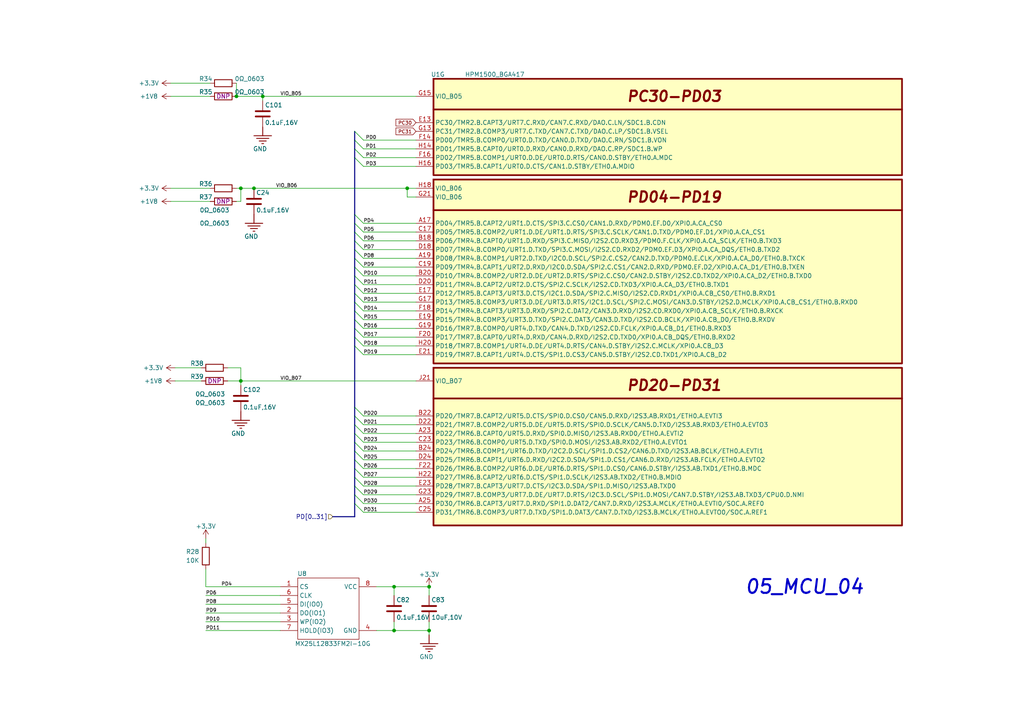
<source format=kicad_sch>
(kicad_sch (version 20230121) (generator eeschema)
  (paper "A4")
  (junction (at 73.66 54.61))
  (junction (at 76.2 27.94))
  (junction (at 124.46 182.88))
  (junction (at 114.3 182.88))
  (junction (at 68.58 27.94))
  (junction (at 69.85 110.49))
  (junction (at 69.85 54.61))
  (junction (at 114.3 170.18))
  (junction (at 124.46 170.18))
  (junction (at 118.11 54.61))
  (bus_entry (at 102.87 123.19) (size 2.54 2.54))
  (bus_entry (at 102.87 38.1) (size 2.54 2.54))
  (bus_entry (at 102.87 69.85) (size 2.54 2.54))
  (bus_entry (at 102.87 133.35) (size 2.54 2.54))
  (bus_entry (at 102.87 74.93) (size 2.54 2.54))
  (bus_entry (at 102.87 138.43) (size 2.54 2.54))
  (bus_entry (at 102.87 90.17) (size 2.54 2.54))
  (bus_entry (at 102.87 62.23) (size 2.54 2.54))
  (bus_entry (at 102.87 130.81) (size 2.54 2.54))
  (bus_entry (at 102.87 45.72) (size 2.54 2.54))
  (bus_entry (at 102.87 82.55) (size 2.54 2.54))
  (bus_entry (at 102.87 140.97) (size 2.54 2.54))
  (bus_entry (at 102.87 64.77) (size 2.54 2.54))
  (bus_entry (at 102.87 40.64) (size 2.54 2.54))
  (bus_entry (at 102.87 120.65) (size 2.54 2.54))
  (bus_entry (at 102.87 95.25) (size 2.54 2.54))
  (bus_entry (at 102.87 85.09) (size 2.54 2.54))
  (bus_entry (at 102.87 92.71) (size 2.54 2.54))
  (bus_entry (at 102.87 67.31) (size 2.54 2.54))
  (bus_entry (at 102.87 100.33) (size 2.54 2.54))
  (bus_entry (at 102.87 146.05) (size 2.54 2.54))
  (bus_entry (at 102.87 80.01) (size 2.54 2.54))
  (bus_entry (at 102.87 143.51) (size 2.54 2.54))
  (bus_entry (at 102.87 77.47) (size 2.54 2.54))
  (bus_entry (at 102.87 135.89) (size 2.54 2.54))
  (bus_entry (at 102.87 87.63) (size 2.54 2.54))
  (bus_entry (at 102.87 128.27) (size 2.54 2.54))
  (bus_entry (at 102.87 97.79) (size 2.54 2.54))
  (bus_entry (at 102.87 118.11) (size 2.54 2.54))
  (bus_entry (at 102.87 43.18) (size 2.54 2.54))
  (bus_entry (at 102.87 125.73) (size 2.54 2.54))
  (bus_entry (at 102.87 72.39) (size 2.54 2.54))
  (wire (pts (xy 59.69 175.26) (xy 81.28 175.26)) (stroke (width 0.15)))
  (wire (pts (xy 105.41 135.89) (xy 120.65 135.89)) (stroke (width 0.15)))
  (wire (pts (xy 105.41 102.87) (xy 120.65 102.87)) (stroke (width 0.15)))
  (wire (pts (xy 49.53 27.94) (xy 60.96 27.94)) (stroke (width 0.15)))
  (bus (pts (xy 102.87 74.93) (xy 102.87 77.47)))
  (bus (pts (xy 102.87 100.33) (xy 102.87 118.11)))
  (wire (pts (xy 105.41 148.59) (xy 120.65 148.59)) (stroke (width 0.15)))
  (wire (pts (xy 105.41 82.55) (xy 120.65 82.55)) (stroke (width 0.15)))
  (wire (pts (xy 105.41 130.81) (xy 120.65 130.81)))
  (bus (pts (xy 102.87 62.23) (xy 102.87 64.77)))
  (wire (pts (xy 105.41 90.17) (xy 120.65 90.17)))
  (wire (pts (xy 114.3 170.18) (xy 114.3 172.72)) (stroke (width 0.15)))
  (wire (pts (xy 59.69 170.18) (xy 59.69 165.1)) (stroke (width 0.15)))
  (bus (pts (xy 102.87 130.81) (xy 102.87 133.35)))
  (bus (pts (xy 102.87 90.17) (xy 102.87 92.71)))
  (bus (pts (xy 102.87 67.31) (xy 102.87 69.85)))
  (wire (pts (xy 105.41 143.51) (xy 120.65 143.51)) (stroke (width 0.15)))
  (wire (pts (xy 105.41 64.77) (xy 120.65 64.77)))
  (wire (pts (xy 69.85 110.49) (xy 120.65 110.49)) (stroke (width 0.15)))
  (wire (pts (xy 105.41 67.31) (xy 120.65 67.31)))
  (bus (pts (xy 102.87 43.18) (xy 102.87 45.72)))
  (wire (pts (xy 69.85 106.68) (xy 69.85 110.49)) (stroke (width 0.15)))
  (wire (pts (xy 49.53 58.42) (xy 60.96 58.42)) (stroke (width 0.15)))
  (bus (pts (xy 102.87 135.89) (xy 102.87 138.43)))
  (bus (pts (xy 102.87 140.97) (xy 102.87 143.51)))
  (bus (pts (xy 102.87 87.63) (xy 102.87 90.17)))
  (wire (pts (xy 66.04 106.68) (xy 69.85 106.68)) (stroke (width 0.15)))
  (wire (pts (xy 59.69 180.34) (xy 81.28 180.34)) (stroke (width 0.15)))
  (wire (pts (xy 124.46 182.88) (xy 124.46 184.15)) (stroke (width 0.15)))
  (bus (pts (xy 102.87 123.19) (xy 102.87 125.73)))
  (bus (pts (xy 102.87 133.35) (xy 102.87 135.89)))
  (wire (pts (xy 105.41 85.09) (xy 120.65 85.09)) (stroke (width 0.15)))
  (bus (pts (xy 102.87 45.72) (xy 102.87 62.23)))
  (wire (pts (xy 105.41 146.05) (xy 120.65 146.05)) (stroke (width 0.15)))
  (wire (pts (xy 49.53 54.61) (xy 60.96 54.61)) (stroke (width 0.15)))
  (wire (pts (xy 50.8 110.49) (xy 58.42 110.49)) (stroke (width 0.15)))
  (wire (pts (xy 68.58 24.13) (xy 68.58 27.94)) (stroke (width 0.15)))
  (wire (pts (xy 105.41 74.93) (xy 120.65 74.93)))
  (bus (pts (xy 102.87 38.1) (xy 102.87 40.64)))
  (bus (pts (xy 102.87 120.65) (xy 102.87 123.19)))
  (bus (pts (xy 102.87 72.39) (xy 102.87 74.93)))
  (wire (pts (xy 69.85 58.42) (xy 69.85 54.61)) (stroke (width 0.15)))
  (bus (pts (xy 96.52 149.86) (xy 102.87 149.86)))
  (wire (pts (xy 68.58 27.94) (xy 76.2 27.94)) (stroke (width 0.15)))
  (wire (pts (xy 76.2 27.94) (xy 120.65 27.94)) (stroke (width 0.15)))
  (wire (pts (xy 114.3 180.34) (xy 114.3 182.88)) (stroke (width 0.15)))
  (wire (pts (xy 105.41 120.65) (xy 120.65 120.65)))
  (wire (pts (xy 105.41 92.71) (xy 120.65 92.71)))
  (wire (pts (xy 114.3 170.18) (xy 124.46 170.18)) (stroke (width 0.15)))
  (wire (pts (xy 109.22 182.88) (xy 114.3 182.88)) (stroke (width 0.15)))
  (wire (pts (xy 105.41 80.01) (xy 120.65 80.01)) (stroke (width 0.15)))
  (wire (pts (xy 59.69 170.18) (xy 81.28 170.18)) (stroke (width 0.15)))
  (wire (pts (xy 105.41 133.35) (xy 120.65 133.35)))
  (wire (pts (xy 105.41 40.64) (xy 120.65 40.64)))
  (wire (pts (xy 105.41 87.63) (xy 120.65 87.63)) (stroke (width 0.15)))
  (wire (pts (xy 105.41 48.26) (xy 120.65 48.26)))
  (bus (pts (xy 102.87 138.43) (xy 102.87 140.97)))
  (bus (pts (xy 102.87 128.27) (xy 102.87 130.81)))
  (wire (pts (xy 105.41 72.39) (xy 120.65 72.39)) (stroke (width 0.15)))
  (wire (pts (xy 69.85 54.61) (xy 73.66 54.61)) (stroke (width 0.15)))
  (wire (pts (xy 59.69 182.88) (xy 81.28 182.88)) (stroke (width 0.15)))
  (bus (pts (xy 102.87 64.77) (xy 102.87 67.31)))
  (wire (pts (xy 124.46 180.34) (xy 124.46 182.88)) (stroke (width 0.15)))
  (wire (pts (xy 68.58 54.61) (xy 69.85 54.61)) (stroke (width 0.15)))
  (bus (pts (xy 102.87 95.25) (xy 102.87 97.79)))
  (bus (pts (xy 102.87 118.11) (xy 102.87 120.65)))
  (bus (pts (xy 102.87 125.73) (xy 102.87 128.27)))
  (wire (pts (xy 80.01 54.61) (xy 118.11 54.61)))
  (bus (pts (xy 102.87 143.51) (xy 102.87 146.05)))
  (bus (pts (xy 102.87 77.47) (xy 102.87 80.01)))
  (wire (pts (xy 105.41 140.97) (xy 120.65 140.97)) (stroke (width 0.15)))
  (wire (pts (xy 66.04 110.49) (xy 69.85 110.49)))
  (bus (pts (xy 102.87 69.85) (xy 102.87 72.39)))
  (wire (pts (xy 105.41 43.18) (xy 120.65 43.18)))
  (wire (pts (xy 49.53 24.13) (xy 60.96 24.13)) (stroke (width 0.15)))
  (wire (pts (xy 105.41 128.27) (xy 120.65 128.27)) (stroke (width 0.15)))
  (wire (pts (xy 109.22 170.18) (xy 114.3 170.18)) (stroke (width 0.15)))
  (wire (pts (xy 105.41 138.43) (xy 120.65 138.43)) (stroke (width 0.15)))
  (wire (pts (xy 105.41 69.85) (xy 120.65 69.85)) (stroke (width 0.15)))
  (wire (pts (xy 59.69 177.8) (xy 81.28 177.8)) (stroke (width 0.15)))
  (wire (pts (xy 118.11 54.61) (xy 120.65 54.61)))
  (wire (pts (xy 120.65 57.15) (xy 118.11 57.15)))
  (wire (pts (xy 118.11 57.15) (xy 118.11 54.61)))
  (wire (pts (xy 50.8 106.68) (xy 58.42 106.68)) (stroke (width 0.15)))
  (bus (pts (xy 102.87 40.64) (xy 102.87 43.18)))
  (wire (pts (xy 105.41 95.25) (xy 120.65 95.25)))
  (bus (pts (xy 102.87 80.01) (xy 102.87 82.55)))
  (wire (pts (xy 76.2 27.94) (xy 76.2 29.21)))
  (bus (pts (xy 102.87 85.09) (xy 102.87 87.63)))
  (wire (pts (xy 68.58 58.42) (xy 69.85 58.42)) (stroke (width 0.15)))
  (wire (pts (xy 59.69 172.72) (xy 81.28 172.72)) (stroke (width 0.15)))
  (wire (pts (xy 73.66 54.61) (xy 80.01 54.61)) (stroke (width 0.15)))
  (bus (pts (xy 102.87 92.71) (xy 102.87 95.25)))
  (wire (pts (xy 124.46 170.18) (xy 124.46 172.72)) (stroke (width 0.15)))
  (wire (pts (xy 69.85 110.49) (xy 69.85 111.76)))
  (wire (pts (xy 105.41 97.79) (xy 120.65 97.79)))
  (wire (pts (xy 114.3 182.88) (xy 124.46 182.88)) (stroke (width 0.15)))
  (bus (pts (xy 102.87 82.55) (xy 102.87 85.09)))
  (wire (pts (xy 105.41 123.19) (xy 120.65 123.19)))
  (wire (pts (xy 105.41 45.72) (xy 120.65 45.72)))
  (wire (pts (xy 105.41 125.73) (xy 120.65 125.73)) (stroke (width 0.15)))
  (bus (pts (xy 102.87 146.05) (xy 102.87 149.86)))
  (wire (pts (xy 59.69 156.21) (xy 59.69 157.48)))
  (bus (pts (xy 102.87 97.79) (xy 102.87 100.33)))
  (wire (pts (xy 105.41 100.33) (xy 120.65 100.33)) (stroke (width 0.15)))
  (wire (pts (xy 105.41 77.47) (xy 120.65 77.47)))
  (text "05_MCU_04\n" (at 215.9 172.72 0) (effects (font (size 4 4) (thickness 0.6) bold italic) (justify left bottom)))
  (label "PD0" (at 106.045 40.64 0) (effects (font (size 1 1))) (property "Intersheetrefs" "${INTERSHEET_REFS}" (effects hide)))
  (label "PD4" (at 105.41 64.77 0) (effects (font (size 1 1))) (property "Intersheetrefs" "${INTERSHEET_REFS}" (effects hide)))
  (label "PD19" (at 105.41 102.87 0) (effects (font (size 1 1))))
  (label "PD18" (at 105.41 100.33 0) (effects (font (size 1 1))))
  (label "PD7" (at 105.41 72.39 0) (effects (font (size 1 1))))
  (label "PD17" (at 105.41 97.79 0) (effects (font (size 1 1))) (property "Intersheetrefs" "${INTERSHEET_REFS}" (effects hide)))
  (label "PD3" (at 106.045 48.26 0) (effects (font (size 1 1))))
  (label "PD4" (at 67.31 170.18 180) (effects (font (size 1 1))))
  (label "PD5" (at 105.41 67.31 0) (effects (font (size 1 1))) (property "Intersheetrefs" "${INTERSHEET_REFS}" (effects hide)))
  (label "PD13" (at 105.41 87.63 0) (effects (font (size 1 1))))
  (label "PD15" (at 105.41 92.71 0) (effects (font (size 1 1))) (property "Intersheetrefs" "${INTERSHEET_REFS}" (effects hide)))
  (label "PD25" (at 105.41 133.35 0) (effects (font (size 1 1))) (property "Intersheetrefs" "${INTERSHEET_REFS}" (effects hide)))
  (label "PD11" (at 105.41 82.55 0) (effects (font (size 1 1))))
  (label "PD8" (at 105.41 74.93 0) (effects (font (size 1 1))) (property "Intersheetrefs" "${INTERSHEET_REFS}" (effects hide)))
  (label "PD23" (at 105.41 128.27 0) (effects (font (size 1 1))))
  (label "PD29" (at 105.41 143.51 0) (effects (font (size 1 1))))
  (label "VIO_B07" (at 81.28 110.49 0) (effects (font (size 1 1))))
  (label "PD9" (at 59.69 177.8 0) (effects (font (size 1 1))))
  (label "PD10" (at 105.41 80.01 0) (effects (font (size 1 1))))
  (label "PD31" (at 105.41 148.59 0) (effects (font (size 1 1))))
  (label "PD30" (at 105.41 146.05 0) (effects (font (size 1 1))))
  (label "PD8" (at 59.69 175.26 0) (effects (font (size 1 1))))
  (label "PD11" (at 59.69 182.88 0) (effects (font (size 1 1))))
  (label "PD6" (at 59.69 172.72 0) (effects (font (size 1 1))))
  (label "PD9" (at 105.41 77.47 0) (effects (font (size 1 1))) (property "Intersheetrefs" "${INTERSHEET_REFS}" (effects hide)))
  (label "VIO_B06" (at 80.01 54.61 0) (effects (font (size 1 1))))
  (label "PD16" (at 105.41 95.25 0) (effects (font (size 1 1))) (property "Intersheetrefs" "${INTERSHEET_REFS}" (effects hide)))
  (label "PD20" (at 105.41 120.65 0) (effects (font (size 1 1))) (property "Intersheetrefs" "${INTERSHEET_REFS}" (effects hide)))
  (label "PD2" (at 106.045 45.72 0) (effects (font (size 1 1))))
  (label "PD6" (at 105.41 69.85 0) (effects (font (size 1 1))))
  (label "PD24" (at 105.41 130.81 0) (effects (font (size 1 1))) (property "Intersheetrefs" "${INTERSHEET_REFS}" (effects hide)))
  (label "PD27" (at 105.41 138.43 0) (effects (font (size 1 1))))
  (label "PD12" (at 105.41 85.09 0) (effects (font (size 1 1))))
  (label "PD10" (at 59.69 180.34 0) (effects (font (size 1 1))))
  (label "PD26" (at 105.41 135.89 0) (effects (font (size 1 1))))
  (label "PD1" (at 106.045 43.18 0) (effects (font (size 1 1))) (property "Intersheetrefs" "${INTERSHEET_REFS}" (effects hide)))
  (label "PD28" (at 105.41 140.97 0) (effects (font (size 1 1))))
  (label "VIO_B05" (at 81.28 27.94 0) (effects (font (size 1 1))))
  (label "PD22" (at 105.41 125.73 0) (effects (font (size 1 1))))
  (label "PD14" (at 105.41 90.17 0) (effects (font (size 1 1))) (property "Intersheetrefs" "${INTERSHEET_REFS}" (effects hide)))
  (label "PD21" (at 105.41 123.19 0) (effects (font (size 1 1))) (property "Intersheetrefs" "${INTERSHEET_REFS}" (effects hide)))
  (global_label "PC30" (shape input) (at 120.65 35.56 180) (effects (font (size 1 1))) (property "Intersheetrefs" "${INTERSHEET_REFS}" (effects hide)))
  (global_label "PC31" (shape input) (at 120.65 38.1 180) (effects (font (size 1 1))) (property "Intersheetrefs" "${INTERSHEET_REFS}" (effects hide)))
  (hierarchical_label "PD[0..31]" (shape input) (at 96.52 149.86 180))
  (symbol (lib_id "333-altium-import:GND") (at 76.2 36.83 0) (unit 1)
    (property "Reference" "#PWR0124" (effects hide))
    (property "Value" "GND" (at 77.47 43.18 0) (effects (justify right)))
  )
  (symbol (lib_name "0.1uF,16V_3") (lib_id "03_HPM_Capacitance:0.1uF,16V") (at 76.2 33.02 0) (unit 1)
    (property "Reference" "C101" (at 76.835 30.48 0) (effects (justify left)))
    (property "Value" "0.1uF,16V" (at 76.835 35.56 0) (effects (justify left)))
    (property "Footprint" "03_HPM_Capacitance:C_0402" (effects hide))
    (property "Model" "CL05B104KO5NNNC" (effects hide))
    (property "Company" "SAMSUNG(三星)" (effects hide))
  )
  (symbol (lib_name "0.1uF,16V_1") (lib_id "03_HPM_Capacitance:0.1uF,16V") (at 114.3 176.53 0) (unit 1)
    (property "Reference" "C82" (at 114.935 173.99 0) (effects (justify left)))
    (property "Value" "0.1uF,16V" (at 114.935 179.07 0) (effects (justify left)))
    (property "Footprint" "03_HPM_Capacitance:C_0402" (effects hide))
    (property "Model" "CL05B104KO5NNNC" (effects hide))
    (property "Company" "SAMSUNG(三星)" (effects hide))
  )
  (symbol (lib_id "power:+3.3V") (at 49.53 54.61 90) (unit 1)
    (property "Reference" "#PWR0217" (effects hide))
    (property "Value" "+3.3V" (at 43.18 54.61 90))
  )
  (symbol (lib_id "333-altium-import:GND") (at 124.46 184.15 0) (unit 1)
    (property "Reference" "#PWR0196" (effects hide))
    (property "Value" "GND" (at 125.73 190.5 0) (effects (justify right)))
  )
  (symbol (lib_id "power:+1V8") (at 50.8 110.49 90) (unit 1)
    (property "Reference" "#PWR0213" (effects hide))
    (property "Value" "+1V8" (at 44.45 110.49 90))
  )
  (symbol (lib_id "power:+1V8") (at 49.53 27.94 90) (unit 1)
    (property "Reference" "#PWR0215" (effects hide))
    (property "Value" "+1V8" (at 43.18 27.94 90))
  )
  (symbol (lib_id "power:+3.3V") (at 50.8 106.68 90) (unit 1)
    (property "Reference" "#PWR0212" (effects hide))
    (property "Value" "+3.3V" (at 44.45 106.68 90))
  )
  (symbol (lib_id "02_HPM_Resistor:0Ω_0603") (at 62.23 110.49 0) (unit 1)
    (property "Reference" "R39" (at 57.15 109.22 0))
    (property "Value" "0Ω_0603" (at 60.96 116.84 0))
    (property "Footprint" "02_HPM_Resistor:R_0603" (effects hide))
    (property "Model" "0603WAF0000T5E" (effects hide))
    (property "Company" "UNI-ROYAL(厚声)" (effects hide))
    (property "ASSY_OPT" "DNP" (at 62.23 110.49 0))
  )
  (symbol (lib_id "02_HPM_Resistor:0Ω_0603") (at 62.23 106.68 0) (unit 1)
    (property "Reference" "R38" (at 57.15 105.41 0))
    (property "Value" "0Ω_0603" (at 60.96 114.3 0))
    (property "Footprint" "02_HPM_Resistor:R_0603_1608Metric" (effects hide))
    (property "Model" "0603WAF0000T5E" (effects hide))
    (property "Company" "UNI-ROYAL(厚声)" (effects hide))
  )
  (symbol (lib_id "power:+3.3V") (at 124.46 170.18 0) (unit 1)
    (property "Reference" "#PWR0195" (effects hide))
    (property "Value" "+3.3V" (at 124.46 166.624 0))
  )
  (symbol (lib_id "03_HPM_Capacitance:0.1uF,16V") (at 69.85 115.57 0) (unit 1)
    (property "Reference" "C102" (at 70.485 113.03 0) (effects (justify left)))
    (property "Value" "0.1uF,16V" (at 70.485 118.11 0) (effects (justify left)))
    (property "Footprint" "03_HPM_Capacitance:C_0402" (effects hide))
    (property "Model" "CL05B104KO5NNNC" (effects hide))
    (property "Company" "SAMSUNG(三星)" (effects hide))
  )
  (symbol (lib_id "00_HPM6800_Library:HPM6880IBD1") (at 261.62 22.86 0) (unit 7)
    (property "Reference" "U1" (at 127 21.59 0))
    (property "Value" "HPM1500_BGA417" (at 143.51 21.59 0))
    (property "Footprint" "00_HPM_Library:BGA_417" (effects hide))
    (property "Model" "此处不用焊接，不要加焊锡，不要收焊接费，，我们是socket" (effects hide))
    (property "Company" "HPM." (effects hide))
  )
  (symbol (lib_id "02_HPM_Resistor:0Ω_0603") (at 64.77 27.94 0) (unit 1)
    (property "Reference" "R35" (at 59.69 26.67 0))
    (property "Value" "0Ω_0603" (at 72.39 26.67 0))
    (property "Footprint" "02_HPM_Resistor:R_0603" (effects hide))
    (property "Model" "0603WAF0000T5E" (effects hide))
    (property "Company" "UNI-ROYAL(厚声)" (effects hide))
    (property "ASSY_OPT" "DNP" (at 64.77 27.94 0))
  )
  (symbol (lib_id "333-altium-import:GND") (at 69.85 119.38 0) (unit 1)
    (property "Reference" "#PWR08" (effects hide))
    (property "Value" "GND" (at 71.12 125.73 0) (effects (justify right)))
  )
  (symbol (lib_id "333-altium-import:GND") (at 73.66 62.23 0) (unit 1)
    (property "Reference" "#PWR07" (effects hide))
    (property "Value" "GND" (at 74.93 68.58 0) (effects (justify right)))
  )
  (symbol (lib_id "power:+3.3V") (at 49.53 24.13 90) (unit 1)
    (property "Reference" "#PWR0214" (effects hide))
    (property "Value" "+3.3V" (at 43.18 24.13 90))
  )
  (symbol (lib_id "power:+3.3V") (at 59.69 156.21 0) (unit 1)
    (property "Reference" "#PWR0197" (effects hide))
    (property "Value" "+3.3V" (at 59.69 152.654 0))
  )
  (symbol (lib_id "02_HPM_Resistor:0Ω_0603") (at 64.77 24.13 0) (unit 1)
    (property "Reference" "R34" (at 59.69 22.86 0))
    (property "Value" "0Ω_0603" (at 72.39 22.86 0))
    (property "Footprint" "02_HPM_Resistor:R_0603_1608Metric" (effects hide))
    (property "Model" "0603WAF0000T5E" (effects hide))
    (property "Company" "UNI-ROYAL(厚声)" (effects hide))
  )
  (symbol (lib_id "power:+1V8") (at 49.53 58.42 90) (unit 1)
    (property "Reference" "#PWR0216" (effects hide))
    (property "Value" "+1V8" (at 43.18 58.42 90))
  )
  (symbol (lib_id "03_HPM_Capacitance:10uF,10V") (at 124.46 176.53 0) (unit 1)
    (property "Reference" "C83" (at 125.095 173.99 0) (effects (justify left)))
    (property "Value" "10uF,10V" (at 125.095 179.07 0) (effects (justify left)))
    (property "Footprint" "03_HPM_Capacitance:C_0402" (effects hide))
    (property "Model" "CL05A106MP5NUNC" (effects hide))
    (property "Company" " SAMSUNG(三星)" (effects hide))
  )
  (symbol (lib_name "0.1uF,16V_2") (lib_id "03_HPM_Capacitance:0.1uF,16V") (at 73.66 58.42 0) (unit 1)
    (property "Reference" "C24" (at 74.295 55.88 0) (effects (justify left)))
    (property "Value" "0.1uF,16V" (at 74.295 60.96 0) (effects (justify left)))
    (property "Footprint" "03_HPM_Capacitance:C_0402" (effects hide))
    (property "Model" "CL05B104KO5NNNC" (effects hide))
    (property "Company" "SAMSUNG(三星)" (effects hide))
  )
  (symbol (lib_id "02_HPM_Resistor:0Ω_0603") (at 64.77 54.61 0) (unit 1)
    (property "Reference" "R36" (at 59.69 53.34 0))
    (property "Value" "0Ω_0603" (at 62.23 60.96 0))
    (property "Footprint" "02_HPM_Resistor:R_0603_1608Metric" (effects hide))
    (property "Model" "0603WAF0000T5E" (effects hide))
    (property "Company" "UNI-ROYAL(厚声)" (effects hide))
  )
  (symbol (lib_id "02_HPM_Resistor:0Ω_0603") (at 64.77 58.42 0) (unit 1)
    (property "Reference" "R37" (at 59.69 57.15 0))
    (property "Value" "0Ω_0603" (at 62.23 64.77 0))
    (property "Footprint" "02_HPM_Resistor:R_0603" (effects hide))
    (property "Model" "0603WAF0000T5E" (effects hide))
    (property "Company" "UNI-ROYAL(厚声)" (effects hide))
    (property "ASSY_OPT" "DNP" (at 64.77 58.42 0))
  )
  (symbol (lib_id "02_HPM_Resistor:10K") (at 59.69 161.29 90) (unit 1)
    (property "Reference" "R28" (at 55.88 160.02 90))
    (property "Value" "10K" (at 55.88 162.56 90))
    (property "Footprint" "02_HPM_Resistor:R_0402_1005Metric" (effects hide))
    (property "Model" "0402WGF1002TCE" (effects hide))
    (property "Company" "UNI-ROYAL(厚声)" (effects hide))
  )
  (symbol (lib_id "1HPM0531:W25Q128FVSIG") (at 86.36 167.64 0) (unit 1)
    (property "Reference" "U8" (at 87.63 166.37 0))
    (property "Value" "MX25L12833FM2I-10G" (at 96.52 186.69 0))
    (property "Footprint" "10_HPM_Storage:SOIC8_208mil" (effects hide))
    (property "Model" "MX25L12833FM2I-10G" (effects hide))
    (property "Company" " MXIC(旺宏电子)" (effects hide))
  )
)
</source>
